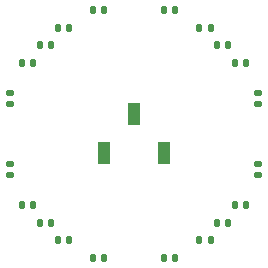
<source format=gbr>
%TF.GenerationSoftware,KiCad,Pcbnew,8.0.2-1*%
%TF.CreationDate,2025-01-26T22:20:59-08:00*%
%TF.ProjectId,Small_Pendant,536d616c-6c5f-4506-956e-64616e742e6b,rev?*%
%TF.SameCoordinates,Original*%
%TF.FileFunction,Paste,Bot*%
%TF.FilePolarity,Positive*%
%FSLAX46Y46*%
G04 Gerber Fmt 4.6, Leading zero omitted, Abs format (unit mm)*
G04 Created by KiCad (PCBNEW 8.0.2-1) date 2025-01-26 22:20:59*
%MOMM*%
%LPD*%
G01*
G04 APERTURE LIST*
G04 Aperture macros list*
%AMRoundRect*
0 Rectangle with rounded corners*
0 $1 Rounding radius*
0 $2 $3 $4 $5 $6 $7 $8 $9 X,Y pos of 4 corners*
0 Add a 4 corners polygon primitive as box body*
4,1,4,$2,$3,$4,$5,$6,$7,$8,$9,$2,$3,0*
0 Add four circle primitives for the rounded corners*
1,1,$1+$1,$2,$3*
1,1,$1+$1,$4,$5*
1,1,$1+$1,$6,$7*
1,1,$1+$1,$8,$9*
0 Add four rect primitives between the rounded corners*
20,1,$1+$1,$2,$3,$4,$5,0*
20,1,$1+$1,$4,$5,$6,$7,0*
20,1,$1+$1,$6,$7,$8,$9,0*
20,1,$1+$1,$8,$9,$2,$3,0*%
G04 Aperture macros list end*
%ADD10RoundRect,0.140000X-0.140000X-0.170000X0.140000X-0.170000X0.140000X0.170000X-0.140000X0.170000X0*%
%ADD11R,1.000000X1.900000*%
%ADD12RoundRect,0.140000X0.140000X0.170000X-0.140000X0.170000X-0.140000X-0.170000X0.140000X-0.170000X0*%
%ADD13RoundRect,0.140000X0.170000X-0.140000X0.170000X0.140000X-0.170000X0.140000X-0.170000X-0.140000X0*%
G04 APERTURE END LIST*
D10*
%TO.C,C18*%
X57020000Y-42500000D03*
X57980000Y-42500000D03*
%TD*%
D11*
%TO.C,J1*%
X47460000Y-51650000D03*
X50000000Y-48350000D03*
X52540000Y-51650000D03*
%TD*%
D10*
%TO.C,C17*%
X58520000Y-44000000D03*
X59480000Y-44000000D03*
%TD*%
%TO.C,C4*%
X40520000Y-44000000D03*
X41480000Y-44000000D03*
%TD*%
D12*
%TO.C,C1*%
X47480000Y-39500000D03*
X46520000Y-39500000D03*
%TD*%
D13*
%TO.C,C5*%
X39500000Y-47480000D03*
X39500000Y-46520000D03*
%TD*%
D12*
%TO.C,C3*%
X42980000Y-42500000D03*
X42020000Y-42500000D03*
%TD*%
D10*
%TO.C,C8*%
X42020000Y-57500000D03*
X42980000Y-57500000D03*
%TD*%
%TO.C,C14*%
X58520000Y-56000000D03*
X59480000Y-56000000D03*
%TD*%
%TO.C,C12*%
X55520000Y-59000000D03*
X56480000Y-59000000D03*
%TD*%
D12*
%TO.C,C11*%
X53480000Y-60500000D03*
X52520000Y-60500000D03*
%TD*%
D13*
%TO.C,C16*%
X60500000Y-47480000D03*
X60500000Y-46520000D03*
%TD*%
D10*
%TO.C,C20*%
X52520000Y-39500000D03*
X53480000Y-39500000D03*
%TD*%
D12*
%TO.C,C9*%
X44480000Y-59000000D03*
X43520000Y-59000000D03*
%TD*%
D10*
%TO.C,C2*%
X43520000Y-41000000D03*
X44480000Y-41000000D03*
%TD*%
D12*
%TO.C,C13*%
X57980000Y-57500000D03*
X57020000Y-57500000D03*
%TD*%
D13*
%TO.C,C15*%
X60500000Y-53480000D03*
X60500000Y-52520000D03*
%TD*%
D10*
%TO.C,C10*%
X46520000Y-60500000D03*
X47480000Y-60500000D03*
%TD*%
D12*
%TO.C,C7*%
X41480000Y-56000000D03*
X40520000Y-56000000D03*
%TD*%
%TO.C,C19*%
X56480000Y-41000000D03*
X55520000Y-41000000D03*
%TD*%
D13*
%TO.C,C6*%
X39500000Y-53480000D03*
X39500000Y-52520000D03*
%TD*%
M02*

</source>
